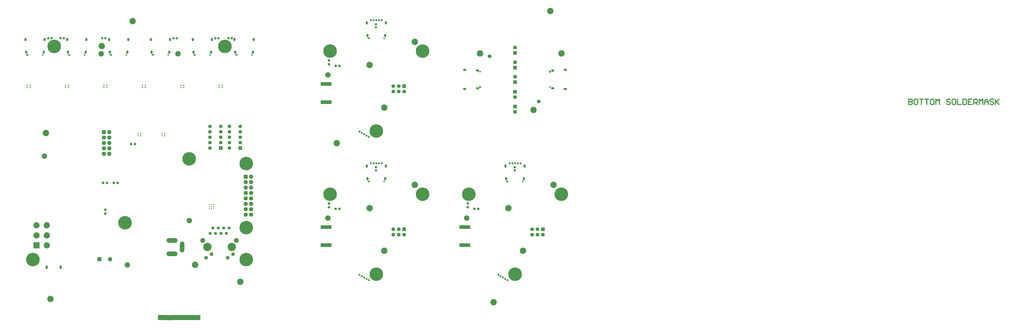
<source format=gbs>
G04*
G04 #@! TF.GenerationSoftware,Altium Limited,Altium Designer,20.1.11 (218)*
G04*
G04 Layer_Color=16711935*
%FSLAX24Y24*%
%MOIN*%
G70*
G04*
G04 #@! TF.SameCoordinates,4F03ECE6-B82A-4DAD-B74B-52B5A60C741D*
G04*
G04*
G04 #@! TF.FilePolarity,Negative*
G04*
G01*
G75*
%ADD11C,0.0200*%
%ADD172C,0.0197*%
%ADD183C,0.0550*%
%ADD379R,0.0935X0.0935*%
%ADD382R,0.1644X0.0935*%
%ADD383C,0.1181*%
%ADD386R,0.1984X0.0685*%
G04:AMPARAMS|DCode=423|XSize=38.9mil|YSize=37.9mil|CornerRadius=7.9mil|HoleSize=0mil|Usage=FLASHONLY|Rotation=90.000|XOffset=0mil|YOffset=0mil|HoleType=Round|Shape=RoundedRectangle|*
%AMROUNDEDRECTD423*
21,1,0.0389,0.0221,0,0,90.0*
21,1,0.0231,0.0379,0,0,90.0*
1,1,0.0158,0.0111,0.0116*
1,1,0.0158,0.0111,-0.0116*
1,1,0.0158,-0.0111,-0.0116*
1,1,0.0158,-0.0111,0.0116*
%
%ADD423ROUNDEDRECTD423*%
G04:AMPARAMS|DCode=425|XSize=38.9mil|YSize=37.9mil|CornerRadius=7.9mil|HoleSize=0mil|Usage=FLASHONLY|Rotation=180.000|XOffset=0mil|YOffset=0mil|HoleType=Round|Shape=RoundedRectangle|*
%AMROUNDEDRECTD425*
21,1,0.0389,0.0221,0,0,180.0*
21,1,0.0231,0.0379,0,0,180.0*
1,1,0.0158,-0.0116,0.0111*
1,1,0.0158,0.0116,0.0111*
1,1,0.0158,0.0116,-0.0111*
1,1,0.0158,-0.0116,-0.0111*
%
%ADD425ROUNDEDRECTD425*%
%ADD510C,0.0380*%
%ADD511O,0.0429X0.0311*%
%ADD512O,0.0370X0.0606*%
%ADD513C,0.0311*%
%ADD514C,0.1000*%
%ADD515C,0.0685*%
%ADD516R,0.0685X0.0685*%
%ADD517C,0.0488*%
%ADD518C,0.2496*%
%ADD519O,0.0606X0.0370*%
%ADD520O,0.0311X0.0429*%
%ADD521C,0.0680*%
%ADD522R,0.0705X0.0705*%
%ADD523C,0.0705*%
%ADD524C,0.1157*%
%ADD525R,0.1157X0.1157*%
%ADD526C,0.0885*%
%ADD527C,0.1535*%
%ADD528C,0.0665*%
%ADD529O,0.0843X0.2024*%
%ADD530O,0.2024X0.0843*%
%ADD531C,0.0764*%
%ADD532R,0.0764X0.0764*%
G04:AMPARAMS|DCode=533|XSize=39.4mil|YSize=66.9mil|CornerRadius=19.7mil|HoleSize=0mil|Usage=FLASHONLY|Rotation=360.000|XOffset=0mil|YOffset=0mil|HoleType=Round|Shape=RoundedRectangle|*
%AMROUNDEDRECTD533*
21,1,0.0394,0.0276,0,0,360.0*
21,1,0.0000,0.0669,0,0,360.0*
1,1,0.0394,0.0000,-0.0138*
1,1,0.0394,0.0000,-0.0138*
1,1,0.0394,0.0000,0.0138*
1,1,0.0394,0.0000,0.0138*
%
%ADD533ROUNDEDRECTD533*%
%ADD534C,0.0650*%
%ADD535R,0.0650X0.0650*%
%ADD536C,0.0783*%
%ADD537R,0.0783X0.0783*%
%ADD539C,0.0237*%
%ADD540C,0.0236*%
%ADD541R,0.0935X0.0935*%
D11*
X167525Y41450D02*
Y40451D01*
X168025D01*
X168191Y40617D01*
Y40784D01*
X168025Y40951D01*
X167525D01*
X168025D01*
X168191Y41117D01*
Y41284D01*
X168025Y41450D01*
X167525D01*
X169024D02*
X168691D01*
X168525Y41284D01*
Y40617D01*
X168691Y40451D01*
X169024D01*
X169191Y40617D01*
Y41284D01*
X169024Y41450D01*
X169524D02*
X170191D01*
X169857D01*
Y40451D01*
X170524Y41450D02*
X171190D01*
X170857D01*
Y40451D01*
X172023Y41450D02*
X171690D01*
X171524Y41284D01*
Y40617D01*
X171690Y40451D01*
X172023D01*
X172190Y40617D01*
Y41284D01*
X172023Y41450D01*
X172523Y40451D02*
Y41450D01*
X172856Y41117D01*
X173190Y41450D01*
Y40451D01*
X175189Y41284D02*
X175022Y41450D01*
X174689D01*
X174523Y41284D01*
Y41117D01*
X174689Y40951D01*
X175022D01*
X175189Y40784D01*
Y40617D01*
X175022Y40451D01*
X174689D01*
X174523Y40617D01*
X176022Y41450D02*
X175689D01*
X175522Y41284D01*
Y40617D01*
X175689Y40451D01*
X176022D01*
X176189Y40617D01*
Y41284D01*
X176022Y41450D01*
X176522D02*
Y40451D01*
X177188D01*
X177522Y41450D02*
Y40451D01*
X178021D01*
X178188Y40617D01*
Y41284D01*
X178021Y41450D01*
X177522D01*
X179188D02*
X178521D01*
Y40451D01*
X179188D01*
X178521Y40951D02*
X178855D01*
X179521Y40451D02*
Y41450D01*
X180021D01*
X180187Y41284D01*
Y40951D01*
X180021Y40784D01*
X179521D01*
X179854D02*
X180187Y40451D01*
X180521D02*
Y41450D01*
X180854Y41117D01*
X181187Y41450D01*
Y40451D01*
X181520D02*
Y41117D01*
X181854Y41450D01*
X182187Y41117D01*
Y40451D01*
Y40951D01*
X181520D01*
X183186Y41284D02*
X183020Y41450D01*
X182687D01*
X182520Y41284D01*
Y41117D01*
X182687Y40951D01*
X183020D01*
X183186Y40784D01*
Y40617D01*
X183020Y40451D01*
X182687D01*
X182520Y40617D01*
X183520Y41450D02*
Y40451D01*
Y40784D01*
X184186Y41450D01*
X183686Y40951D01*
X184186Y40451D01*
D172*
X38886Y21591D02*
D03*
Y21985D02*
D03*
X38492D02*
D03*
Y21591D02*
D03*
Y21197D02*
D03*
X38886D02*
D03*
X39279D02*
D03*
Y21591D02*
D03*
Y21985D02*
D03*
D183*
X42104Y17643D02*
D03*
X41104D02*
D03*
X40104D02*
D03*
X39104D02*
D03*
X41604Y16643D02*
D03*
X40604D02*
D03*
X39604D02*
D03*
X38604D02*
D03*
D379*
X33685Y1094D02*
D03*
X32799Y1094D02*
D03*
X31028Y1087D02*
D03*
X35457Y1094D02*
D03*
X34571Y1094D02*
D03*
X31913D02*
D03*
D382*
X29788D02*
D03*
D383*
X61966Y33323D02*
D03*
X90899Y3959D02*
D03*
X101367Y57713D02*
D03*
X44195Y7725D02*
D03*
X24303Y55829D02*
D03*
X9161Y4533D02*
D03*
X96331Y13453D02*
D03*
X101978Y25602D02*
D03*
X93644Y21327D02*
D03*
X70741Y13453D02*
D03*
X76387Y25602D02*
D03*
X68054Y21327D02*
D03*
X70741Y39876D02*
D03*
X76387Y52024D02*
D03*
X68054Y47750D02*
D03*
X88426Y49870D02*
D03*
X98271Y39436D02*
D03*
X103463Y49871D02*
D03*
X18607Y51233D02*
D03*
X8327Y35163D02*
D03*
X35844Y10845D02*
D03*
D386*
X85616Y14471D02*
D03*
Y17825D02*
D03*
X60025Y14470D02*
D03*
Y17825D02*
D03*
Y40893D02*
D03*
Y44247D02*
D03*
D423*
X94820Y28274D02*
D03*
Y28864D02*
D03*
X69229Y28273D02*
D03*
Y28863D02*
D03*
Y54696D02*
D03*
Y55286D02*
D03*
D425*
X42028Y52690D02*
D03*
X42618D02*
D03*
X9350D02*
D03*
X8760D02*
D03*
X11024D02*
D03*
X11614D02*
D03*
X40157D02*
D03*
X39567D02*
D03*
X32480D02*
D03*
X31890D02*
D03*
X18701D02*
D03*
X19291D02*
D03*
D510*
X92197Y8758D02*
D03*
X91764Y9008D02*
D03*
X93496Y8008D02*
D03*
X93063Y8258D02*
D03*
X92630Y8508D02*
D03*
X95374Y29586D02*
D03*
X95875D02*
D03*
X93875D02*
D03*
X94375D02*
D03*
X94874D02*
D03*
X66607Y8758D02*
D03*
X66174Y9008D02*
D03*
X67906Y8008D02*
D03*
X67473Y8258D02*
D03*
X67040Y8508D02*
D03*
X69784Y29586D02*
D03*
X70284D02*
D03*
X68284D02*
D03*
X68784D02*
D03*
X69284D02*
D03*
X66607Y35181D02*
D03*
X66174Y35431D02*
D03*
X67906Y34431D02*
D03*
X67473Y34681D02*
D03*
X67040Y34931D02*
D03*
X69784Y56009D02*
D03*
X70284D02*
D03*
X68284D02*
D03*
X68784D02*
D03*
X69284D02*
D03*
D511*
X93457Y26248D02*
D03*
X67867Y26248D02*
D03*
Y52671D02*
D03*
X43465Y49606D02*
D03*
X28031Y49606D02*
D03*
X12598Y49606D02*
D03*
X35748Y49606D02*
D03*
X20315Y49606D02*
D03*
X4882Y49606D02*
D03*
D512*
X96500Y26741D02*
D03*
X93249D02*
D03*
X93107Y29083D02*
D03*
X96642D02*
D03*
X70910Y26740D02*
D03*
X67658D02*
D03*
X67516Y29083D02*
D03*
X71052D02*
D03*
X70910Y53163D02*
D03*
X67658D02*
D03*
X67516Y55505D02*
D03*
X71052D02*
D03*
X46508Y50098D02*
D03*
X43256D02*
D03*
X43114Y52441D02*
D03*
X46650D02*
D03*
X31075Y50098D02*
D03*
X27823D02*
D03*
X27681Y52441D02*
D03*
X31217D02*
D03*
X15642Y50098D02*
D03*
X12390D02*
D03*
X12248Y52441D02*
D03*
X15783D02*
D03*
X38791Y50098D02*
D03*
X35539D02*
D03*
X35398Y52441D02*
D03*
X38933D02*
D03*
X23358Y50098D02*
D03*
X20106D02*
D03*
X19965Y52441D02*
D03*
X23500D02*
D03*
X7925Y50098D02*
D03*
X4673D02*
D03*
X4531Y52441D02*
D03*
X8067D02*
D03*
D513*
X96292Y26248D02*
D03*
X70701Y26248D02*
D03*
Y52671D02*
D03*
X101324Y43661D02*
D03*
X88425Y46496D02*
D03*
X46299Y49606D02*
D03*
X30866Y49606D02*
D03*
X15433Y49606D02*
D03*
X38583Y49606D02*
D03*
X23150Y49606D02*
D03*
X7716Y49606D02*
D03*
D514*
X85954Y19472D02*
D03*
X60363Y19472D02*
D03*
Y45895D02*
D03*
X23338Y10823D02*
D03*
X34774Y19017D02*
D03*
X32677Y49803D02*
D03*
X18504D02*
D03*
X8041Y30899D02*
D03*
D515*
X99000Y16413D02*
D03*
X100000D02*
D03*
X98000D02*
D03*
X99000Y17413D02*
D03*
X98000D02*
D03*
X73409Y16413D02*
D03*
X74409D02*
D03*
X72409D02*
D03*
X73409Y17413D02*
D03*
X72409D02*
D03*
X73409Y42835D02*
D03*
X74409D02*
D03*
X72409D02*
D03*
X73409Y43835D02*
D03*
X72409D02*
D03*
D516*
X100000Y17413D02*
D03*
X74409Y17413D02*
D03*
Y43835D02*
D03*
D517*
X86151Y22175D02*
D03*
Y21466D02*
D03*
X87368Y21168D02*
D03*
X88077Y21168D02*
D03*
X60560Y22175D02*
D03*
Y21466D02*
D03*
X61778Y21168D02*
D03*
X62486Y21168D02*
D03*
X60560Y48598D02*
D03*
Y47889D02*
D03*
X61778Y47590D02*
D03*
X62486Y47590D02*
D03*
X24757Y33138D02*
D03*
X24048D02*
D03*
X20841Y25965D02*
D03*
X21549D02*
D03*
X18882Y25988D02*
D03*
X19591D02*
D03*
X19275Y21021D02*
D03*
Y20312D02*
D03*
D518*
X86351Y23888D02*
D03*
X94874Y9122D02*
D03*
X103398Y23886D02*
D03*
X60760Y23888D02*
D03*
X69284Y9122D02*
D03*
X77808Y23886D02*
D03*
X60760Y50311D02*
D03*
X69284Y35545D02*
D03*
X77808Y50309D02*
D03*
X22924Y18608D02*
D03*
X34735Y30419D02*
D03*
X45276Y17717D02*
D03*
Y29528D02*
D03*
X41339Y51181D02*
D03*
X9843D02*
D03*
X45276Y11811D02*
D03*
X5906D02*
D03*
D519*
X104158Y43311D02*
D03*
Y46846D02*
D03*
X101816Y46705D02*
D03*
Y43453D02*
D03*
X85591Y46846D02*
D03*
Y43311D02*
D03*
X87933Y43453D02*
D03*
Y46705D02*
D03*
D520*
X101324Y46496D02*
D03*
X88425Y43661D02*
D03*
D521*
X90180Y49343D02*
D03*
X99248Y41004D02*
D03*
D522*
X94872Y44571D02*
D03*
X94874Y49965D02*
D03*
Y47242D02*
D03*
Y42795D02*
D03*
Y40072D02*
D03*
D523*
X94872Y45571D02*
D03*
X94874Y50965D02*
D03*
Y48242D02*
D03*
Y41795D02*
D03*
Y39072D02*
D03*
D524*
X8473Y14430D02*
D03*
Y16281D02*
D03*
Y18131D02*
D03*
X6572Y16281D02*
D03*
Y18131D02*
D03*
D525*
Y14430D02*
D03*
D526*
X43455Y15336D02*
D03*
X37254D02*
D03*
D527*
X42604Y14135D02*
D03*
X38104D02*
D03*
D528*
X42844Y12813D02*
D03*
X41844Y12143D02*
D03*
X38864Y12813D02*
D03*
X37864Y12135D02*
D03*
D529*
X33457Y14151D02*
D03*
D530*
X31567Y12872D02*
D03*
Y15333D02*
D03*
D531*
X46169Y27122D02*
D03*
X45169Y20122D02*
D03*
X46169D02*
D03*
X45169Y21122D02*
D03*
X46169D02*
D03*
X45169Y22122D02*
D03*
X46169D02*
D03*
X45169Y23122D02*
D03*
X46169D02*
D03*
X45169Y24122D02*
D03*
X46169D02*
D03*
X45169Y25122D02*
D03*
X46169D02*
D03*
X45169Y26122D02*
D03*
X46169D02*
D03*
X20000Y35345D02*
D03*
X19000Y31345D02*
D03*
X20000D02*
D03*
X19000Y32345D02*
D03*
X20000D02*
D03*
X19000Y33345D02*
D03*
X20000D02*
D03*
X19000Y34345D02*
D03*
X20000D02*
D03*
D532*
X45169Y27122D02*
D03*
X19000Y35345D02*
D03*
D533*
X11035Y10413D02*
D03*
X8437D02*
D03*
D534*
X44167Y35413D02*
D03*
Y36413D02*
D03*
X42167D02*
D03*
X44167Y34413D02*
D03*
Y33413D02*
D03*
X42167Y35413D02*
D03*
Y34413D02*
D03*
Y33413D02*
D03*
Y32413D02*
D03*
X40586Y35413D02*
D03*
Y36413D02*
D03*
X38586D02*
D03*
X40586Y34413D02*
D03*
Y33413D02*
D03*
X38586Y35413D02*
D03*
Y34413D02*
D03*
Y33413D02*
D03*
Y32413D02*
D03*
D535*
X44167D02*
D03*
X40586D02*
D03*
D536*
X20135Y11861D02*
D03*
D537*
X18166D02*
D03*
D539*
X33198Y43576D02*
D03*
X33749D02*
D03*
X33198Y43969D02*
D03*
X33749D02*
D03*
X19025Y43576D02*
D03*
X19576D02*
D03*
X19025Y43969D02*
D03*
X19576D02*
D03*
X4851Y43576D02*
D03*
X5403D02*
D03*
X4851Y43969D02*
D03*
X5403D02*
D03*
X40285Y43576D02*
D03*
X40836D02*
D03*
X40285Y43969D02*
D03*
X40836D02*
D03*
X26111Y43576D02*
D03*
X26662D02*
D03*
X26111Y43969D02*
D03*
X26662D02*
D03*
X11938Y43576D02*
D03*
X12489D02*
D03*
X11938Y43969D02*
D03*
X12489D02*
D03*
D540*
X25376Y35104D02*
D03*
X25809D02*
D03*
X25376Y34670D02*
D03*
X25809D02*
D03*
X29824Y35104D02*
D03*
X30257D02*
D03*
X29824Y34670D02*
D03*
X30257D02*
D03*
D541*
X36343Y1094D02*
D03*
M02*

</source>
